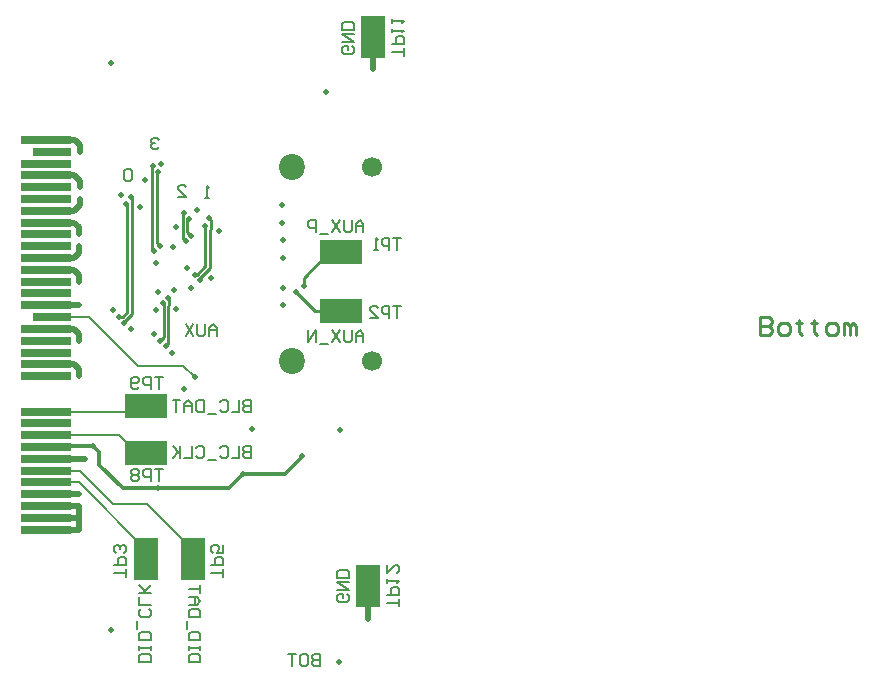
<source format=gbl>
G04 Layer_Physical_Order=4*
G04 Layer_Color=14840927*
%FSLAX44Y44*%
%MOMM*%
G71*
G01*
G75*
%ADD15R,2.0500X3.6500*%
%ADD16R,3.6500X2.0500*%
%ADD17R,4.2000X0.7000*%
%ADD18R,3.2000X0.7000*%
%ADD20C,0.1500*%
%ADD21C,0.2200*%
%ADD22C,0.2000*%
%ADD23C,0.5000*%
%ADD24C,0.3000*%
%ADD25C,0.2540*%
%ADD27C,1.7000*%
%ADD28C,2.2000*%
%ADD29C,0.5000*%
D15*
X160000Y-140000D02*
D03*
X120000D02*
D03*
X312000Y302000D02*
D03*
X308000Y-163000D02*
D03*
D16*
X120000Y-10000D02*
D03*
Y-50000D02*
D03*
X285000Y120000D02*
D03*
Y70000D02*
D03*
D17*
X35000Y165000D02*
D03*
Y145000D02*
D03*
Y115000D02*
D03*
Y185000D02*
D03*
Y135000D02*
D03*
Y155000D02*
D03*
Y175000D02*
D03*
Y195000D02*
D03*
Y125000D02*
D03*
Y85000D02*
D03*
Y95000D02*
D03*
Y105000D02*
D03*
Y215000D02*
D03*
Y-115000D02*
D03*
Y-105000D02*
D03*
Y-35000D02*
D03*
Y-65000D02*
D03*
Y-95000D02*
D03*
Y-45000D02*
D03*
Y-85000D02*
D03*
Y-75000D02*
D03*
Y-55000D02*
D03*
Y-25000D02*
D03*
Y-15000D02*
D03*
Y25000D02*
D03*
Y75000D02*
D03*
Y35000D02*
D03*
Y55000D02*
D03*
Y45000D02*
D03*
Y15000D02*
D03*
D18*
X40000Y205000D02*
D03*
Y65000D02*
D03*
D20*
X40000D02*
X72000D01*
X35000Y-65000D02*
X64000D01*
X92000Y-93000D01*
X121000D01*
X35000Y-75000D02*
X63000D01*
X120000Y-132000D01*
Y-140000D02*
Y-132000D01*
X160000Y-140000D02*
Y-132000D01*
X121000Y-93000D02*
X160000Y-132000D01*
X115000Y-15000D02*
X120000Y-10000D01*
X35000Y-15000D02*
X115000D01*
X112000Y-50000D02*
X120000D01*
X97000Y-35000D02*
X112000Y-50000D01*
X35000Y-35000D02*
X97000D01*
X72000Y65000D02*
X113000Y24000D01*
X151000D01*
X161000Y14000D01*
D21*
X275000Y120000D02*
X285000D01*
X253500Y98500D02*
X275000Y120000D01*
X253500Y91500D02*
Y98500D01*
X246500Y86250D02*
X262750Y70000D01*
X285000D01*
X101596Y61804D02*
X102036D01*
X151300Y152300D02*
X152000Y153000D01*
X124900Y192092D02*
X125404Y192596D01*
X138700Y42488D02*
Y74488D01*
X139100Y74887D01*
Y81092D01*
X138596Y81596D02*
X139100Y81092D01*
X134000Y77000D02*
X135000Y76000D01*
Y47980D02*
Y76000D01*
X136606Y40394D02*
X138700Y42488D01*
X132010Y44990D02*
X135000Y47980D01*
X162980Y101000D02*
X170000Y108020D01*
Y142000D01*
X161000Y101000D02*
X162980D01*
X165596Y98384D02*
X173700Y106488D01*
Y138488D01*
X165596Y96404D02*
Y98384D01*
X101596Y60404D02*
Y61804D01*
X102036D02*
X107700Y67467D01*
Y157000D01*
X97000Y65000D02*
X98980D01*
X99484Y65504D01*
X100504D01*
X104000Y69000D01*
Y160000D01*
X173000Y149000D02*
X175100Y146900D01*
X155000Y137000D02*
Y146808D01*
X156596Y148404D01*
X107000Y167000D02*
X108100Y165900D01*
Y157400D02*
Y165900D01*
X107700Y157000D02*
X108100Y157400D01*
X103000Y161000D02*
X104000Y160000D01*
X173700Y138488D02*
X175100Y139888D01*
Y146900D01*
X125300Y122487D02*
Y185488D01*
X124900Y185888D02*
X125300Y185488D01*
X124900Y185888D02*
Y192092D01*
X129000Y187000D02*
X130000Y188000D01*
X125300Y122487D02*
X126894Y120894D01*
X129000Y127980D02*
Y187000D01*
Y127980D02*
X131490Y125490D01*
X155000Y137000D02*
X158000Y134000D01*
X151300Y131508D02*
X153404Y129404D01*
X151300Y131508D02*
Y152300D01*
D22*
X304000Y44000D02*
Y50665D01*
X300668Y53997D01*
X297335Y50665D01*
Y44000D01*
Y48998D01*
X304000D01*
X294003Y53997D02*
Y45666D01*
X292337Y44000D01*
X289005D01*
X287339Y45666D01*
Y53997D01*
X284006D02*
X277342Y44000D01*
Y53997D02*
X284006Y44000D01*
X274010Y42334D02*
X267345D01*
X264013Y44000D02*
Y53997D01*
X257348Y44000D01*
Y53997D01*
X336000Y73997D02*
X329335D01*
X332668D01*
Y64000D01*
X326003D02*
Y73997D01*
X321005D01*
X319339Y72331D01*
Y68998D01*
X321005Y67332D01*
X326003D01*
X309342Y64000D02*
X316006D01*
X309342Y70665D01*
Y72331D01*
X311008Y73997D01*
X314340D01*
X316006Y72331D01*
X304000Y137000D02*
Y143665D01*
X300668Y146997D01*
X297335Y143665D01*
Y137000D01*
Y141998D01*
X304000D01*
X294003Y146997D02*
Y138666D01*
X292337Y137000D01*
X289005D01*
X287339Y138666D01*
Y146997D01*
X284006D02*
X277342Y137000D01*
Y146997D02*
X284006Y137000D01*
X274010Y135334D02*
X267345D01*
X264013Y137000D02*
Y146997D01*
X259014D01*
X257348Y145331D01*
Y141998D01*
X259014Y140332D01*
X264013D01*
X336000Y131997D02*
X329335D01*
X332668D01*
Y122000D01*
X326003D02*
Y131997D01*
X321005D01*
X319339Y130331D01*
Y126998D01*
X321005Y125332D01*
X326003D01*
X316006Y122000D02*
X312674D01*
X314340D01*
Y131997D01*
X316006Y130331D01*
X290331Y-169335D02*
X291997Y-171002D01*
Y-174334D01*
X290331Y-176000D01*
X283666D01*
X282000Y-174334D01*
Y-171002D01*
X283666Y-169335D01*
X286998D01*
Y-172668D01*
X282000Y-166003D02*
X291997D01*
X282000Y-159339D01*
X291997D01*
Y-156006D02*
X282000D01*
Y-151008D01*
X283666Y-149342D01*
X290331D01*
X291997Y-151008D01*
Y-156006D01*
X333997Y-180000D02*
Y-173335D01*
Y-176668D01*
X324000D01*
Y-170003D02*
X333997D01*
Y-165005D01*
X332331Y-163339D01*
X328998D01*
X327332Y-165005D01*
Y-170003D01*
X324000Y-160006D02*
Y-156674D01*
Y-158340D01*
X333997D01*
X332331Y-160006D01*
X324000Y-145011D02*
Y-151676D01*
X330664Y-145011D01*
X332331D01*
X333997Y-146677D01*
Y-150010D01*
X332331Y-151676D01*
X294331Y294664D02*
X295997Y292998D01*
Y289666D01*
X294331Y288000D01*
X287666D01*
X286000Y289666D01*
Y292998D01*
X287666Y294664D01*
X290998D01*
Y291332D01*
X286000Y297997D02*
X295997D01*
X286000Y304661D01*
X295997D01*
Y307994D02*
X286000D01*
Y312992D01*
X287666Y314658D01*
X294331D01*
X295997Y312992D01*
Y307994D01*
X337997Y286000D02*
Y292665D01*
Y289332D01*
X328000D01*
Y295997D02*
X337997D01*
Y300995D01*
X336330Y302661D01*
X332998D01*
X331332Y300995D01*
Y295997D01*
X328000Y305994D02*
Y309326D01*
Y307660D01*
X337997D01*
X336330Y305994D01*
X328000Y314324D02*
Y317656D01*
Y315990D01*
X337997D01*
X336330Y314324D01*
X123997Y-227000D02*
X114000D01*
Y-222002D01*
X115666Y-220336D01*
X122331D01*
X123997Y-222002D01*
Y-227000D01*
Y-217003D02*
Y-213671D01*
Y-215337D01*
X114000D01*
Y-217003D01*
Y-213671D01*
X123997Y-208673D02*
X114000D01*
Y-203674D01*
X115666Y-202008D01*
X122331D01*
X123997Y-203674D01*
Y-208673D01*
X112334Y-198676D02*
Y-192011D01*
X122331Y-182015D02*
X123997Y-183681D01*
Y-187013D01*
X122331Y-188679D01*
X115666D01*
X114000Y-187013D01*
Y-183681D01*
X115666Y-182015D01*
X123997Y-178682D02*
X114000D01*
Y-172018D01*
X123997Y-168685D02*
X114000D01*
X117332D01*
X123997Y-162021D01*
X118998Y-167019D01*
X114000Y-162021D01*
X102997Y-155000D02*
Y-148336D01*
Y-151668D01*
X93000D01*
Y-145003D02*
X102997D01*
Y-140005D01*
X101330Y-138339D01*
X97998D01*
X96332Y-140005D01*
Y-145003D01*
X101330Y-135006D02*
X102997Y-133340D01*
Y-130008D01*
X101330Y-128342D01*
X99664D01*
X97998Y-130008D01*
Y-131674D01*
Y-130008D01*
X96332Y-128342D01*
X94666D01*
X93000Y-130008D01*
Y-133340D01*
X94666Y-135006D01*
X165997Y-227000D02*
X156000D01*
Y-222002D01*
X157666Y-220336D01*
X164331D01*
X165997Y-222002D01*
Y-227000D01*
Y-217003D02*
Y-213671D01*
Y-215337D01*
X156000D01*
Y-217003D01*
Y-213671D01*
X165997Y-208673D02*
X156000D01*
Y-203674D01*
X157666Y-202008D01*
X164331D01*
X165997Y-203674D01*
Y-208673D01*
X154334Y-198676D02*
Y-192011D01*
X165997Y-188679D02*
X156000D01*
Y-183681D01*
X157666Y-182015D01*
X164331D01*
X165997Y-183681D01*
Y-188679D01*
X156000Y-178682D02*
X162664D01*
X165997Y-175350D01*
X162664Y-172018D01*
X156000D01*
X160998D01*
Y-178682D01*
X165997Y-168685D02*
Y-162021D01*
Y-165353D01*
X156000D01*
X184997Y-155000D02*
Y-148336D01*
Y-151668D01*
X175000D01*
Y-145003D02*
X184997D01*
Y-140005D01*
X183330Y-138339D01*
X179998D01*
X178332Y-140005D01*
Y-145003D01*
X184997Y-128342D02*
Y-135006D01*
X179998D01*
X181664Y-131674D01*
Y-130008D01*
X179998Y-128342D01*
X176666D01*
X175000Y-130008D01*
Y-133340D01*
X176666Y-135006D01*
X209000Y-44003D02*
Y-54000D01*
X204002D01*
X202335Y-52334D01*
Y-50668D01*
X204002Y-49002D01*
X209000D01*
X204002D01*
X202335Y-47336D01*
Y-45669D01*
X204002Y-44003D01*
X209000D01*
X199003D02*
Y-54000D01*
X192339D01*
X182342Y-45669D02*
X184008Y-44003D01*
X187340D01*
X189006Y-45669D01*
Y-52334D01*
X187340Y-54000D01*
X184008D01*
X182342Y-52334D01*
X179010Y-55666D02*
X172345D01*
X162348Y-45669D02*
X164014Y-44003D01*
X167347D01*
X169013Y-45669D01*
Y-52334D01*
X167347Y-54000D01*
X164014D01*
X162348Y-52334D01*
X159016Y-44003D02*
Y-54000D01*
X152352D01*
X149019Y-44003D02*
Y-54000D01*
Y-50668D01*
X142355Y-44003D01*
X147353Y-49002D01*
X142355Y-54000D01*
X134000Y-64003D02*
X127336D01*
X130668D01*
Y-74000D01*
X124003D02*
Y-64003D01*
X119005D01*
X117339Y-65669D01*
Y-69002D01*
X119005Y-70668D01*
X124003D01*
X114007Y-65669D02*
X112340Y-64003D01*
X109008D01*
X107342Y-65669D01*
Y-67336D01*
X109008Y-69002D01*
X107342Y-70668D01*
Y-72334D01*
X109008Y-74000D01*
X112340D01*
X114007Y-72334D01*
Y-70668D01*
X112340Y-69002D01*
X114007Y-67336D01*
Y-65669D01*
X112340Y-69002D02*
X109008D01*
X209000Y-5003D02*
Y-15000D01*
X204002D01*
X202335Y-13334D01*
Y-11668D01*
X204002Y-10002D01*
X209000D01*
X204002D01*
X202335Y-8335D01*
Y-6669D01*
X204002Y-5003D01*
X209000D01*
X199003D02*
Y-15000D01*
X192339D01*
X182342Y-6669D02*
X184008Y-5003D01*
X187340D01*
X189006Y-6669D01*
Y-13334D01*
X187340Y-15000D01*
X184008D01*
X182342Y-13334D01*
X179010Y-16666D02*
X172345D01*
X169013Y-5003D02*
Y-15000D01*
X164014D01*
X162348Y-13334D01*
Y-6669D01*
X164014Y-5003D01*
X169013D01*
X159016Y-15000D02*
Y-8335D01*
X155684Y-5003D01*
X152352Y-8335D01*
Y-15000D01*
Y-10002D01*
X159016D01*
X149019Y-5003D02*
X142355D01*
X145687D01*
Y-15000D01*
X134000Y13997D02*
X127336D01*
X130668D01*
Y4000D01*
X124003D02*
Y13997D01*
X119005D01*
X117339Y12331D01*
Y8998D01*
X119005Y7332D01*
X124003D01*
X114007Y5666D02*
X112340Y4000D01*
X109008D01*
X107342Y5666D01*
Y12331D01*
X109008Y13997D01*
X112340D01*
X114007Y12331D01*
Y10664D01*
X112340Y8998D01*
X107342D01*
X147336Y167000D02*
X154000D01*
X147336Y173664D01*
Y175331D01*
X149002Y176997D01*
X152334D01*
X154000Y175331D01*
X173000Y166000D02*
X169668D01*
X171334D01*
Y175997D01*
X173000Y174331D01*
X180000Y49000D02*
Y55665D01*
X176668Y58997D01*
X173335Y55665D01*
Y49000D01*
Y53998D01*
X180000D01*
X170003Y58997D02*
Y50666D01*
X168337Y49000D01*
X165005D01*
X163339Y50666D01*
Y58997D01*
X160006D02*
X153342Y49000D01*
Y58997D02*
X160006Y49000D01*
X131000Y215331D02*
X129334Y216997D01*
X126002D01*
X124335Y215331D01*
Y213664D01*
X126002Y211998D01*
X127668D01*
X126002D01*
X124335Y210332D01*
Y208666D01*
X126002Y207000D01*
X129334D01*
X131000Y208666D01*
X108000Y188331D02*
X106334Y189997D01*
X103002D01*
X101335Y188331D01*
Y181666D01*
X103002Y180000D01*
X106334D01*
X108000Y181666D01*
Y188331D01*
X267000Y-220003D02*
Y-230000D01*
X262002D01*
X260336Y-228334D01*
Y-226668D01*
X262002Y-225002D01*
X267000D01*
X262002D01*
X260336Y-223335D01*
Y-221669D01*
X262002Y-220003D01*
X267000D01*
X252005D02*
X255337D01*
X257003Y-221669D01*
Y-228334D01*
X255337Y-230000D01*
X252005D01*
X250339Y-228334D01*
Y-221669D01*
X252005Y-220003D01*
X247006D02*
X240342D01*
X243674D01*
Y-230000D01*
D23*
X68000Y-55000D02*
X68000Y-55000D01*
X35000Y-55000D02*
X68000D01*
X63000Y-105000D02*
Y-95000D01*
Y-115000D02*
Y-105000D01*
X63000Y-105000D02*
X63000Y-105000D01*
X35000Y-105000D02*
X63000D01*
X35000Y-115000D02*
X63000D01*
X63000Y-115000D01*
X63000Y-95000D02*
X63000Y-95000D01*
X35000Y-95000D02*
X63000D01*
X63000Y-85000D02*
X63000Y-85000D01*
X35000Y-85000D02*
X63000D01*
X63000Y15000D02*
Y21000D01*
X59000Y25000D02*
X63000Y21000D01*
X35000Y25000D02*
X59000D01*
X63000Y45000D02*
Y51000D01*
X59000Y55000D02*
X63000Y51000D01*
X35000Y55000D02*
X59000D01*
X63000Y75000D02*
X63000Y75000D01*
X35000Y75000D02*
X63000D01*
X63000Y95000D02*
Y101000D01*
X59000Y105000D02*
X63000Y101000D01*
X35000Y105000D02*
X59000D01*
X63000Y119000D02*
Y125000D01*
X59000Y115000D02*
X63000Y119000D01*
X35000Y115000D02*
X59000D01*
X64000Y205000D02*
Y211000D01*
X60000Y215000D02*
X64000Y211000D01*
X35000Y215000D02*
X60000D01*
X64000Y175000D02*
Y180000D01*
X59000Y185000D02*
X64000Y180000D01*
X35000Y185000D02*
X59000D01*
X35000Y145000D02*
X59000D01*
X63000Y141000D01*
Y135000D02*
Y141000D01*
X35000Y155000D02*
X59000D01*
X64000Y160000D01*
Y165000D01*
X312000Y275000D02*
Y302000D01*
X308000Y-191000D02*
Y-163000D01*
D24*
X80000Y-60000D02*
X100000Y-80000D01*
X130000D01*
X190000D01*
X202000Y-68000D01*
X252000Y-53243D02*
Y-53000D01*
X237243Y-68000D02*
X252000Y-53243D01*
X202000Y-68000D02*
X237243D01*
X75000Y-44000D02*
X75000Y-44000D01*
X80000Y-49000D01*
Y-60000D02*
Y-49000D01*
X35000Y-45000D02*
X36000Y-44000D01*
X75000D01*
Y-44000D01*
D25*
X640000Y65235D02*
Y50000D01*
X647618D01*
X650157Y52539D01*
Y55078D01*
X647618Y57618D01*
X640000D01*
X647618D01*
X650157Y60157D01*
Y62696D01*
X647618Y65235D01*
X640000D01*
X657774Y50000D02*
X662853D01*
X665392Y52539D01*
Y57618D01*
X662853Y60157D01*
X657774D01*
X655235Y57618D01*
Y52539D01*
X657774Y50000D01*
X673009Y62696D02*
Y60157D01*
X670470D01*
X675548D01*
X673009D01*
Y52539D01*
X675548Y50000D01*
X685705Y62696D02*
Y60157D01*
X683166D01*
X688244D01*
X685705D01*
Y52539D01*
X688244Y50000D01*
X698401D02*
X703480D01*
X706019Y52539D01*
Y57618D01*
X703480Y60157D01*
X698401D01*
X695862Y57618D01*
Y52539D01*
X698401Y50000D01*
X711097D02*
Y60157D01*
X713636D01*
X716175Y57618D01*
Y50000D01*
Y57618D01*
X718715Y60157D01*
X721254Y57618D01*
Y50000D01*
D27*
X311000Y192500D02*
D03*
Y27500D02*
D03*
D28*
X243200D02*
D03*
Y192500D02*
D03*
D29*
X161000Y14000D02*
D03*
X246500Y86250D02*
D03*
X253500Y91500D02*
D03*
X283000Y-227000D02*
D03*
X308000Y-191000D02*
D03*
X312000Y275000D02*
D03*
X272000Y256000D02*
D03*
X153404Y129404D02*
D03*
X156596Y148404D02*
D03*
X158000Y134000D02*
D03*
X126894Y120894D02*
D03*
X131490Y125490D02*
D03*
X130000Y188000D02*
D03*
X161000Y101000D02*
D03*
X165596Y96404D02*
D03*
X170000Y142000D02*
D03*
X97000Y65000D02*
D03*
X101596Y60404D02*
D03*
X103000Y161000D02*
D03*
X173000Y149000D02*
D03*
X107000Y167000D02*
D03*
X136606Y40394D02*
D03*
X132010Y44990D02*
D03*
X138596Y81596D02*
D03*
X134000Y77000D02*
D03*
X125404Y192596D02*
D03*
X152000Y153000D02*
D03*
X143000Y124000D02*
D03*
X128000Y111000D02*
D03*
X163000Y156000D02*
D03*
X145000Y141000D02*
D03*
X182000Y138000D02*
D03*
X155000Y107000D02*
D03*
X175000Y98000D02*
D03*
X158000Y90000D02*
D03*
X145000Y72000D02*
D03*
X130000Y86000D02*
D03*
X144000Y88000D02*
D03*
X128000Y71000D02*
D03*
X127000Y51000D02*
D03*
X142000Y35000D02*
D03*
X92000Y71000D02*
D03*
X115000Y158000D02*
D03*
X99000Y168000D02*
D03*
X119000Y181000D02*
D03*
X133000Y195000D02*
D03*
X235000Y160000D02*
D03*
Y145000D02*
D03*
X236000Y130000D02*
D03*
Y115000D02*
D03*
Y75000D02*
D03*
X63000D02*
D03*
Y95000D02*
D03*
Y125000D02*
D03*
Y135000D02*
D03*
X64000Y165000D02*
D03*
Y175000D02*
D03*
Y205000D02*
D03*
X63000Y45000D02*
D03*
Y15000D02*
D03*
X284000Y-31000D02*
D03*
X152000Y4000D02*
D03*
X202000Y-68000D02*
D03*
X63000Y-85000D02*
D03*
Y-95000D02*
D03*
X107000Y55000D02*
D03*
X130000Y-80000D02*
D03*
X75000Y-44000D02*
D03*
X68000Y-55000D02*
D03*
X236000Y90000D02*
D03*
X90000Y280000D02*
D03*
Y-200000D02*
D03*
X252000Y-53000D02*
D03*
X210000Y-30000D02*
D03*
M02*

</source>
